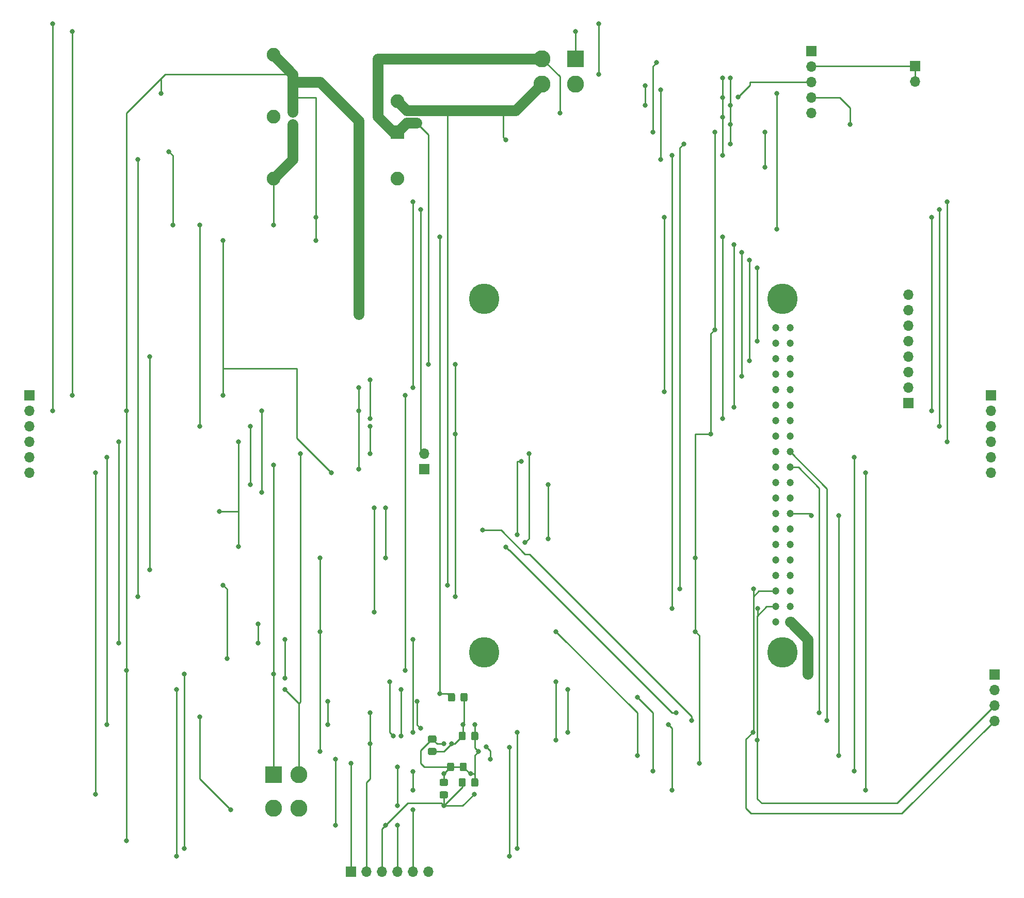
<source format=gbr>
%TF.GenerationSoftware,KiCad,Pcbnew,(5.1.6)-1*%
%TF.CreationDate,2021-02-09T18:52:38-05:00*%
%TF.ProjectId,Logic,4c6f6769-632e-46b6-9963-61645f706362,rev?*%
%TF.SameCoordinates,Original*%
%TF.FileFunction,Copper,L2,Bot*%
%TF.FilePolarity,Positive*%
%FSLAX46Y46*%
G04 Gerber Fmt 4.6, Leading zero omitted, Abs format (unit mm)*
G04 Created by KiCad (PCBNEW (5.1.6)-1) date 2021-02-09 18:52:38*
%MOMM*%
%LPD*%
G01*
G04 APERTURE LIST*
%TA.AperFunction,ComponentPad*%
%ADD10C,1.200000*%
%TD*%
%TA.AperFunction,ComponentPad*%
%ADD11C,5.000000*%
%TD*%
%TA.AperFunction,ComponentPad*%
%ADD12C,2.800000*%
%TD*%
%TA.AperFunction,ComponentPad*%
%ADD13R,2.800000X2.800000*%
%TD*%
%TA.AperFunction,ComponentPad*%
%ADD14R,1.700000X1.700000*%
%TD*%
%TA.AperFunction,ComponentPad*%
%ADD15O,1.700000X1.700000*%
%TD*%
%TA.AperFunction,ComponentPad*%
%ADD16R,2.250000X2.250000*%
%TD*%
%TA.AperFunction,ComponentPad*%
%ADD17C,2.250000*%
%TD*%
%TA.AperFunction,ViaPad*%
%ADD18C,0.800000*%
%TD*%
%TA.AperFunction,Conductor*%
%ADD19C,0.250000*%
%TD*%
%TA.AperFunction,Conductor*%
%ADD20C,1.800000*%
%TD*%
G04 APERTURE END LIST*
%TO.P,C4,2*%
%TO.N,/3.3V*%
%TA.AperFunction,SMDPad,CuDef*%
G36*
G01*
X163010001Y-125525000D02*
X162109999Y-125525000D01*
G75*
G02*
X161860000Y-125275001I0J249999D01*
G01*
X161860000Y-124624999D01*
G75*
G02*
X162109999Y-124375000I249999J0D01*
G01*
X163010001Y-124375000D01*
G75*
G02*
X163260000Y-124624999I0J-249999D01*
G01*
X163260000Y-125275001D01*
G75*
G02*
X163010001Y-125525000I-249999J0D01*
G01*
G37*
%TD.AperFunction*%
%TO.P,C4,1*%
%TO.N,/3.3V_rtn*%
%TA.AperFunction,SMDPad,CuDef*%
G36*
G01*
X163010001Y-127575000D02*
X162109999Y-127575000D01*
G75*
G02*
X161860000Y-127325001I0J249999D01*
G01*
X161860000Y-126674999D01*
G75*
G02*
X162109999Y-126425000I249999J0D01*
G01*
X163010001Y-126425000D01*
G75*
G02*
X163260000Y-126674999I0J-249999D01*
G01*
X163260000Y-127325001D01*
G75*
G02*
X163010001Y-127575000I-249999J0D01*
G01*
G37*
%TD.AperFunction*%
%TD*%
D10*
%TO.P,U6,32*%
%TO.N,Net-(U6-Pad32)*%
X221269200Y-67675200D03*
%TO.P,U6,24*%
%TO.N,/PI_SPI_CEO*%
X221269200Y-77835200D03*
%TO.P,U6,19*%
%TO.N,/PiHat.sch/PI_SPI_MOSI*%
X218907200Y-82915200D03*
%TO.P,U6,39*%
%TO.N,/3.3V_rtn*%
X218907200Y-57515200D03*
%TO.P,U6,37*%
%TO.N,Net-(J6-Pad4)*%
X218907200Y-60055200D03*
%TO.P,U6,28*%
%TO.N,Net-(U6-Pad28)*%
X221269200Y-72755200D03*
%TO.P,U6,30*%
%TO.N,/3.3V_rtn*%
X221269200Y-70215200D03*
%TO.P,U6,23*%
%TO.N,/PiHat.sch/PI_SPI_SCLK*%
X218907200Y-77835200D03*
%TO.P,U6,22*%
%TO.N,/GPIO25*%
X221269200Y-80375200D03*
%TO.P,U6,21*%
%TO.N,/PiHat.sch/PI_SPI_MISO*%
X218907200Y-80375200D03*
%TO.P,U6,20*%
%TO.N,/3.3V_rtn*%
X221269200Y-82915200D03*
%TO.P,U6,40*%
%TO.N,Net-(J6-Pad3)*%
X221269200Y-57515200D03*
%TO.P,U6,29*%
%TO.N,Net-(J6-Pad7)*%
X218907200Y-70215200D03*
%TO.P,U6,35*%
%TO.N,Net-(J6-Pad5)*%
X218907200Y-62595200D03*
%TO.P,U6,18*%
%TO.N,Net-(U6-Pad18)*%
X221269200Y-85455200D03*
%TO.P,U6,27*%
%TO.N,Net-(J6-Pad8)*%
X218907200Y-72755200D03*
%TO.P,U6,38*%
%TO.N,Net-(J6-Pad2)*%
X221269200Y-60055200D03*
%TO.P,U6,34*%
%TO.N,/3.3V_rtn*%
X221269200Y-65135200D03*
%TO.P,U6,33*%
%TO.N,Net-(J6-Pad6)*%
X218907200Y-65135200D03*
%TO.P,U6,26*%
%TO.N,Net-(U6-Pad26)*%
X221269200Y-75295200D03*
%TO.P,U6,31*%
%TO.N,/SR_CTRL*%
X218907200Y-67675200D03*
%TO.P,U6,36*%
%TO.N,Net-(J6-Pad1)*%
X221269200Y-62595200D03*
%TO.P,U6,25*%
%TO.N,/3.3V_rtn*%
X218907200Y-75295200D03*
%TO.P,U6,11*%
%TO.N,Net-(U6-Pad11)*%
X218907200Y-93075200D03*
D11*
%TO.P,U6,44*%
%TO.N,N/C*%
X171047200Y-110763200D03*
D10*
%TO.P,U6,2*%
%TO.N,/5V*%
X221269200Y-105775200D03*
%TO.P,U6,4*%
X221269200Y-103235200D03*
%TO.P,U6,1*%
%TO.N,Net-(U6-Pad1)*%
X218907200Y-105775200D03*
%TO.P,U6,13*%
%TO.N,Net-(U6-Pad13)*%
X218907200Y-90535200D03*
%TO.P,U6,9*%
%TO.N,/3.3V_rtn*%
X218907200Y-95615200D03*
%TO.P,U6,14*%
X221269200Y-90535200D03*
D11*
%TO.P,U6,43*%
%TO.N,N/C*%
X171047200Y-52763200D03*
D10*
%TO.P,U6,17*%
%TO.N,Net-(U6-Pad17)*%
X218907200Y-85455200D03*
D11*
%TO.P,U6,41*%
%TO.N,N/C*%
X220047200Y-52763200D03*
D10*
%TO.P,U6,6*%
%TO.N,/3.3V_rtn*%
X221269200Y-100695200D03*
%TO.P,U6,7*%
%TO.N,Net-(U6-Pad7)*%
X218907200Y-98155200D03*
%TO.P,U6,10*%
%TO.N,Net-(U6-Pad10)*%
X221269200Y-95615200D03*
%TO.P,U6,8*%
%TO.N,Net-(U6-Pad8)*%
X221269200Y-98155200D03*
D11*
%TO.P,U6,42*%
%TO.N,N/C*%
X220047200Y-110763200D03*
D10*
%TO.P,U6,12*%
%TO.N,Net-(U6-Pad12)*%
X221269200Y-93075200D03*
%TO.P,U6,3*%
%TO.N,/SDA_iso*%
X218907200Y-103235200D03*
%TO.P,U6,5*%
%TO.N,/SCL_iso*%
X218907200Y-100695200D03*
%TO.P,U6,15*%
%TO.N,Net-(U6-Pad15)*%
X218907200Y-87995200D03*
%TO.P,U6,16*%
%TO.N,/Safety_Loop_iso*%
X221269200Y-87995200D03*
%TD*%
%TO.P,C3,2*%
%TO.N,/24V_rtn*%
%TA.AperFunction,SMDPad,CuDef*%
G36*
G01*
X159569999Y-23310000D02*
X160470001Y-23310000D01*
G75*
G02*
X160720000Y-23559999I0J-249999D01*
G01*
X160720000Y-24210001D01*
G75*
G02*
X160470001Y-24460000I-249999J0D01*
G01*
X159569999Y-24460000D01*
G75*
G02*
X159320000Y-24210001I0J249999D01*
G01*
X159320000Y-23559999D01*
G75*
G02*
X159569999Y-23310000I249999J0D01*
G01*
G37*
%TD.AperFunction*%
%TO.P,C3,1*%
%TO.N,/24V*%
%TA.AperFunction,SMDPad,CuDef*%
G36*
G01*
X159569999Y-21260000D02*
X160470001Y-21260000D01*
G75*
G02*
X160720000Y-21509999I0J-249999D01*
G01*
X160720000Y-22160001D01*
G75*
G02*
X160470001Y-22410000I-249999J0D01*
G01*
X159569999Y-22410000D01*
G75*
G02*
X159320000Y-22160001I0J249999D01*
G01*
X159320000Y-21509999D01*
G75*
G02*
X159569999Y-21260000I249999J0D01*
G01*
G37*
%TD.AperFunction*%
%TD*%
%TO.P,C5,2*%
%TO.N,/3.3V_rtn*%
%TA.AperFunction,SMDPad,CuDef*%
G36*
G01*
X139249999Y-23555000D02*
X140150001Y-23555000D01*
G75*
G02*
X140400000Y-23804999I0J-249999D01*
G01*
X140400000Y-24455001D01*
G75*
G02*
X140150001Y-24705000I-249999J0D01*
G01*
X139249999Y-24705000D01*
G75*
G02*
X139000000Y-24455001I0J249999D01*
G01*
X139000000Y-23804999D01*
G75*
G02*
X139249999Y-23555000I249999J0D01*
G01*
G37*
%TD.AperFunction*%
%TO.P,C5,1*%
%TO.N,/5V*%
%TA.AperFunction,SMDPad,CuDef*%
G36*
G01*
X139249999Y-21505000D02*
X140150001Y-21505000D01*
G75*
G02*
X140400000Y-21754999I0J-249999D01*
G01*
X140400000Y-22405001D01*
G75*
G02*
X140150001Y-22655000I-249999J0D01*
G01*
X139249999Y-22655000D01*
G75*
G02*
X139000000Y-22405001I0J249999D01*
G01*
X139000000Y-21754999D01*
G75*
G02*
X139249999Y-21505000I249999J0D01*
G01*
G37*
%TD.AperFunction*%
%TD*%
%TO.P,C6,2*%
%TO.N,/3.3V*%
%TA.AperFunction,SMDPad,CuDef*%
G36*
G01*
X168970000Y-124910001D02*
X168970000Y-124009999D01*
G75*
G02*
X169219999Y-123760000I249999J0D01*
G01*
X169870001Y-123760000D01*
G75*
G02*
X170120000Y-124009999I0J-249999D01*
G01*
X170120000Y-124910001D01*
G75*
G02*
X169870001Y-125160000I-249999J0D01*
G01*
X169219999Y-125160000D01*
G75*
G02*
X168970000Y-124910001I0J249999D01*
G01*
G37*
%TD.AperFunction*%
%TO.P,C6,1*%
%TO.N,/3.3V_rtn*%
%TA.AperFunction,SMDPad,CuDef*%
G36*
G01*
X166920000Y-124910001D02*
X166920000Y-124009999D01*
G75*
G02*
X167169999Y-123760000I249999J0D01*
G01*
X167820001Y-123760000D01*
G75*
G02*
X168070000Y-124009999I0J-249999D01*
G01*
X168070000Y-124910001D01*
G75*
G02*
X167820001Y-125160000I-249999J0D01*
G01*
X167169999Y-125160000D01*
G75*
G02*
X166920000Y-124910001I0J249999D01*
G01*
G37*
%TD.AperFunction*%
%TD*%
%TO.P,C7,2*%
%TO.N,/3.3V*%
%TA.AperFunction,SMDPad,CuDef*%
G36*
G01*
X166310000Y-117659999D02*
X166310000Y-118560001D01*
G75*
G02*
X166060001Y-118810000I-249999J0D01*
G01*
X165409999Y-118810000D01*
G75*
G02*
X165160000Y-118560001I0J249999D01*
G01*
X165160000Y-117659999D01*
G75*
G02*
X165409999Y-117410000I249999J0D01*
G01*
X166060001Y-117410000D01*
G75*
G02*
X166310000Y-117659999I0J-249999D01*
G01*
G37*
%TD.AperFunction*%
%TO.P,C7,1*%
%TO.N,/3.3V_rtn*%
%TA.AperFunction,SMDPad,CuDef*%
G36*
G01*
X168360000Y-117659999D02*
X168360000Y-118560001D01*
G75*
G02*
X168110001Y-118810000I-249999J0D01*
G01*
X167459999Y-118810000D01*
G75*
G02*
X167210000Y-118560001I0J249999D01*
G01*
X167210000Y-117659999D01*
G75*
G02*
X167459999Y-117410000I249999J0D01*
G01*
X168110001Y-117410000D01*
G75*
G02*
X168360000Y-117659999I0J-249999D01*
G01*
G37*
%TD.AperFunction*%
%TD*%
%TO.P,C8,2*%
%TO.N,/3.3V*%
%TA.AperFunction,SMDPad,CuDef*%
G36*
G01*
X168970000Y-132530001D02*
X168970000Y-131629999D01*
G75*
G02*
X169219999Y-131380000I249999J0D01*
G01*
X169870001Y-131380000D01*
G75*
G02*
X170120000Y-131629999I0J-249999D01*
G01*
X170120000Y-132530001D01*
G75*
G02*
X169870001Y-132780000I-249999J0D01*
G01*
X169219999Y-132780000D01*
G75*
G02*
X168970000Y-132530001I0J249999D01*
G01*
G37*
%TD.AperFunction*%
%TO.P,C8,1*%
%TO.N,/3.3V_rtn*%
%TA.AperFunction,SMDPad,CuDef*%
G36*
G01*
X166920000Y-132530001D02*
X166920000Y-131629999D01*
G75*
G02*
X167169999Y-131380000I249999J0D01*
G01*
X167820001Y-131380000D01*
G75*
G02*
X168070000Y-131629999I0J-249999D01*
G01*
X168070000Y-132530001D01*
G75*
G02*
X167820001Y-132780000I-249999J0D01*
G01*
X167169999Y-132780000D01*
G75*
G02*
X166920000Y-132530001I0J249999D01*
G01*
G37*
%TD.AperFunction*%
%TD*%
%TO.P,C10,1*%
%TO.N,/3.3V*%
%TA.AperFunction,SMDPad,CuDef*%
G36*
G01*
X164014999Y-131505000D02*
X164915001Y-131505000D01*
G75*
G02*
X165165000Y-131754999I0J-249999D01*
G01*
X165165000Y-132405001D01*
G75*
G02*
X164915001Y-132655000I-249999J0D01*
G01*
X164014999Y-132655000D01*
G75*
G02*
X163765000Y-132405001I0J249999D01*
G01*
X163765000Y-131754999D01*
G75*
G02*
X164014999Y-131505000I249999J0D01*
G01*
G37*
%TD.AperFunction*%
%TO.P,C10,2*%
%TO.N,/3.3V_rtn*%
%TA.AperFunction,SMDPad,CuDef*%
G36*
G01*
X164014999Y-133555000D02*
X164915001Y-133555000D01*
G75*
G02*
X165165000Y-133804999I0J-249999D01*
G01*
X165165000Y-134455001D01*
G75*
G02*
X164915001Y-134705000I-249999J0D01*
G01*
X164014999Y-134705000D01*
G75*
G02*
X163765000Y-134455001I0J249999D01*
G01*
X163765000Y-133804999D01*
G75*
G02*
X164014999Y-133555000I249999J0D01*
G01*
G37*
%TD.AperFunction*%
%TD*%
D12*
%TO.P,J1,4*%
%TO.N,Net-(J1-Pad4)*%
X140725000Y-136310000D03*
%TO.P,J1,3*%
%TO.N,/3.3V_rtn*%
X136525000Y-136310000D03*
%TO.P,J1,2*%
%TO.N,/BP_CAN-*%
X140725000Y-130810000D03*
D13*
%TO.P,J1,1*%
%TO.N,/BP_CAN+*%
X136525000Y-130810000D03*
%TD*%
D14*
%TO.P,J4,1*%
%TO.N,/3.3V*%
X254850000Y-114350000D03*
D15*
%TO.P,J4,2*%
%TO.N,/3.3V_rtn*%
X254850000Y-116890000D03*
%TO.P,J4,3*%
%TO.N,/SDA_iso*%
X254850000Y-119430000D03*
%TO.P,J4,4*%
%TO.N,/SCL_iso*%
X254850000Y-121970000D03*
%TD*%
D14*
%TO.P,J5.1,1*%
%TO.N,/GLV_SCL*%
X96520000Y-68580000D03*
D15*
%TO.P,J5.1,2*%
%TO.N,/GLV_SDA*%
X96520000Y-71120000D03*
%TO.P,J5.1,3*%
%TO.N,/3.3V_rtn*%
X96520000Y-73660000D03*
%TO.P,J5.1,4*%
%TO.N,/Safety_Loop*%
X96520000Y-76200000D03*
%TO.P,J5.1,5*%
%TO.N,/Cooling_CTRL*%
X96520000Y-78740000D03*
%TO.P,J5.1,6*%
%TO.N,/Throttle_SEL*%
X96520000Y-81280000D03*
%TD*%
%TO.P,J5.2,6*%
%TO.N,/PC_ready*%
X254259080Y-81280000D03*
%TO.P,J5.2,5*%
%TO.N,/RTDS_CTRL*%
X254259080Y-78740000D03*
%TO.P,J5.2,4*%
%TO.N,/BP_CAN+*%
X254259080Y-76200000D03*
%TO.P,J5.2,3*%
%TO.N,/BP_CAN-*%
X254259080Y-73660000D03*
%TO.P,J5.2,2*%
%TO.N,/SR_CTRL*%
X254259080Y-71120000D03*
D14*
%TO.P,J5.2,1*%
%TO.N,/AMS_Fault*%
X254259080Y-68580000D03*
%TD*%
%TO.P,J6,1*%
%TO.N,Net-(J6-Pad1)*%
X240665000Y-69850000D03*
D15*
%TO.P,J6,2*%
%TO.N,Net-(J6-Pad2)*%
X240665000Y-67310000D03*
%TO.P,J6,3*%
%TO.N,Net-(J6-Pad3)*%
X240665000Y-64770000D03*
%TO.P,J6,4*%
%TO.N,Net-(J6-Pad4)*%
X240665000Y-62230000D03*
%TO.P,J6,5*%
%TO.N,Net-(J6-Pad5)*%
X240665000Y-59690000D03*
%TO.P,J6,6*%
%TO.N,Net-(J6-Pad6)*%
X240665000Y-57150000D03*
%TO.P,J6,7*%
%TO.N,Net-(J6-Pad7)*%
X240665000Y-54610000D03*
%TO.P,J6,8*%
%TO.N,Net-(J6-Pad8)*%
X240665000Y-52070000D03*
%TD*%
D13*
%TO.P,J7,1*%
%TO.N,/GLV_SCL*%
X186055000Y-13335000D03*
D12*
%TO.P,J7,2*%
%TO.N,/GLV_SDA*%
X186055000Y-17535000D03*
%TO.P,J7,3*%
%TO.N,/24V_rtn*%
X180555000Y-13335000D03*
%TO.P,J7,4*%
%TO.N,/24V*%
X180555000Y-17535000D03*
%TD*%
D14*
%TO.P,J8,1*%
%TO.N,/~MCLR~*%
X149225000Y-146685000D03*
D15*
%TO.P,J8,2*%
%TO.N,/3.3V*%
X151765000Y-146685000D03*
%TO.P,J8,3*%
%TO.N,/3.3V_rtn*%
X154305000Y-146685000D03*
%TO.P,J8,4*%
%TO.N,/PGEC*%
X156845000Y-146685000D03*
%TO.P,J8,5*%
%TO.N,/PGED*%
X159385000Y-146685000D03*
%TO.P,J8,6*%
%TO.N,Net-(J8-Pad6)*%
X161925000Y-146685000D03*
%TD*%
D14*
%TO.P,J9,1*%
%TO.N,Net-(J9-Pad1)*%
X161290000Y-80645000D03*
D15*
%TO.P,J9,2*%
%TO.N,/BP_CAN-*%
X161290000Y-78105000D03*
%TD*%
%TO.P,L1,1*%
%TO.N,/3.3V*%
%TA.AperFunction,SMDPad,CuDef*%
G36*
G01*
X165015000Y-129990001D02*
X165015000Y-129089999D01*
G75*
G02*
X165264999Y-128840000I249999J0D01*
G01*
X165915001Y-128840000D01*
G75*
G02*
X166165000Y-129089999I0J-249999D01*
G01*
X166165000Y-129990001D01*
G75*
G02*
X165915001Y-130240000I-249999J0D01*
G01*
X165264999Y-130240000D01*
G75*
G02*
X165015000Y-129990001I0J249999D01*
G01*
G37*
%TD.AperFunction*%
%TO.P,L1,2*%
%TA.AperFunction,SMDPad,CuDef*%
G36*
G01*
X167065000Y-129990001D02*
X167065000Y-129089999D01*
G75*
G02*
X167314999Y-128840000I249999J0D01*
G01*
X167965001Y-128840000D01*
G75*
G02*
X168215000Y-129089999I0J-249999D01*
G01*
X168215000Y-129990001D01*
G75*
G02*
X167965001Y-130240000I-249999J0D01*
G01*
X167314999Y-130240000D01*
G75*
G02*
X167065000Y-129990001I0J249999D01*
G01*
G37*
%TD.AperFunction*%
%TD*%
D16*
%TO.P,U4,1*%
%TO.N,/24V_rtn*%
X156845000Y-25400000D03*
D17*
%TO.P,U4,2*%
%TO.N,/24V*%
X156845000Y-20320000D03*
%TO.P,U4,3*%
%TO.N,/5V*%
X136525000Y-12700000D03*
%TO.P,U4,5*%
%TO.N,/3.3V_rtn*%
X136525000Y-33020000D03*
%TO.P,U4,6*%
%TO.N,Net-(U4-Pad6)*%
X156845000Y-33020000D03*
%TO.P,U4,4*%
%TO.N,Net-(U4-Pad4)*%
X136525000Y-22860000D03*
%TD*%
D14*
%TO.P,J3,1*%
%TO.N,/3.3V*%
X224790000Y-12065000D03*
D15*
%TO.P,J3,2*%
%TO.N,/3.3V_rtn*%
X224790000Y-14605000D03*
%TO.P,J3,3*%
%TO.N,/SDA_iso*%
X224790000Y-17145000D03*
%TO.P,J3,4*%
%TO.N,/SCL_iso*%
X224790000Y-19685000D03*
%TO.P,J3,5*%
%TO.N,N/C*%
X224790000Y-22225000D03*
%TD*%
D14*
%TO.P,J2,1*%
%TO.N,/3.3V_rtn*%
X241800000Y-14600000D03*
D15*
%TO.P,J2,2*%
X241800000Y-17140000D03*
%TD*%
D18*
%TO.N,/5V_non_iso*%
X128905000Y-111760000D03*
X128270000Y-99695000D03*
X116205000Y-97155000D03*
X116205000Y-62230000D03*
X158115000Y-68580000D03*
X158115000Y-113665000D03*
%TO.N,/3.3V_rtn*%
X136525000Y-40640000D03*
X130810000Y-76200000D03*
X130810000Y-93345000D03*
X127635000Y-87630000D03*
X208915000Y-57785000D03*
X208280000Y-74930000D03*
X205740000Y-95250000D03*
X205740000Y-107315000D03*
X124460000Y-40640000D03*
X124460000Y-73660000D03*
X129540000Y-136525000D03*
X124460000Y-121285000D03*
X144145000Y-107315000D03*
X144145000Y-95250000D03*
X154940000Y-86995000D03*
X154940000Y-95250000D03*
X208915000Y-25400000D03*
X144145000Y-127000000D03*
X154940000Y-139065000D03*
X146685000Y-128270000D03*
X146685000Y-139065000D03*
X206375000Y-128905000D03*
X199390000Y-13970000D03*
X198755000Y-25400000D03*
X217170000Y-31115000D03*
X217170000Y-25400000D03*
X119380000Y-28575000D03*
X120015000Y-40640000D03*
X167640000Y-122555000D03*
X164465000Y-135890000D03*
X169445001Y-133985000D03*
X165735000Y-125730000D03*
X172085000Y-128270000D03*
X171450000Y-126275000D03*
%TO.N,/24V_rtn*%
X166370000Y-101600000D03*
X161925000Y-63500000D03*
X138430000Y-114935000D03*
X138430000Y-108585000D03*
X183515000Y-22225000D03*
X166370000Y-74930000D03*
X166370000Y-63500000D03*
X152400000Y-66040000D03*
X152400000Y-72390000D03*
%TO.N,/24V*%
X165100000Y-99695000D03*
X174625000Y-26670000D03*
%TO.N,/3.3V*%
X219075000Y-41275000D03*
X219075000Y-19050000D03*
X152400000Y-125730000D03*
X152400000Y-120650000D03*
X163830000Y-117475000D03*
X163830000Y-42545000D03*
X169545000Y-122555000D03*
X164509184Y-130645096D03*
X168872906Y-130663309D03*
X164465000Y-125730000D03*
X170180000Y-127000000D03*
%TO.N,/5V*%
X143510000Y-39370000D03*
X143510000Y-43180000D03*
X128270000Y-68580000D03*
X128270000Y-43180000D03*
X112395000Y-71120000D03*
X112395000Y-113665000D03*
X153035000Y-104140000D03*
X112395000Y-141605000D03*
X146050000Y-81280000D03*
X153035000Y-86995000D03*
X150495000Y-55245000D03*
X224155000Y-114300000D03*
X118110000Y-19050000D03*
%TO.N,/BP_CAN-*%
X152400000Y-73660000D03*
X152400000Y-78105000D03*
X138430000Y-116840000D03*
X140970000Y-78105000D03*
X245745000Y-73660000D03*
X245745000Y-38100000D03*
X160655000Y-38100000D03*
%TO.N,/BP_CAN+*%
X150495000Y-71120000D03*
X136525000Y-114300000D03*
X150495000Y-80645000D03*
X136525000Y-80010000D03*
X247015000Y-76200000D03*
X247015000Y-36830000D03*
X159385000Y-36830000D03*
X159385000Y-67310000D03*
X150495000Y-67310000D03*
%TO.N,/GLV_SCL*%
X197485000Y-17780000D03*
X197485000Y-20955000D03*
X186055000Y-8890000D03*
X103505000Y-68580000D03*
X103505000Y-8890000D03*
%TO.N,/GLV_SDA*%
X100330000Y-71120000D03*
X100330000Y-7620000D03*
X189865000Y-7620000D03*
X189865000Y-15875000D03*
%TO.N,/Safety_Loop*%
X111125000Y-76200000D03*
X111125000Y-109220000D03*
X133985000Y-109220000D03*
X133985000Y-106045000D03*
%TO.N,/Cooling_CTRL*%
X109220000Y-78740000D03*
X109220000Y-122555000D03*
X145415000Y-122555000D03*
X145415000Y-118745000D03*
X160110000Y-118745000D03*
X160655000Y-123190000D03*
%TO.N,/Throttle_SEL*%
X107315000Y-81280000D03*
X107315000Y-133985000D03*
%TO.N,/PC_ready*%
X233680000Y-81280000D03*
X233680000Y-133350000D03*
X201930000Y-133350000D03*
X201295000Y-122555000D03*
%TO.N,/RTDS_CTRL*%
X231775000Y-78740000D03*
X231775000Y-130175000D03*
X198755000Y-130175000D03*
X196215000Y-118110000D03*
%TO.N,/SR_CTRL*%
X244475000Y-71120000D03*
X244475000Y-39370000D03*
X200660000Y-39370000D03*
X200660000Y-67945000D03*
%TO.N,Net-(J6-Pad4)*%
X215900000Y-59690000D03*
X215900000Y-47625000D03*
%TO.N,Net-(J6-Pad5)*%
X214630000Y-62865000D03*
X214630000Y-46355000D03*
%TO.N,Net-(J6-Pad6)*%
X213360000Y-45085000D03*
X213360000Y-65405000D03*
%TO.N,Net-(J6-Pad7)*%
X212090000Y-43815000D03*
X212090000Y-70485000D03*
%TO.N,Net-(J6-Pad8)*%
X210185000Y-42545000D03*
X210185000Y-72390000D03*
%TO.N,/~MCLR~*%
X149225000Y-128905000D03*
%TO.N,/PGEC*%
X156845000Y-139065000D03*
X156845000Y-135890000D03*
X156845000Y-129540000D03*
%TO.N,/PGED*%
X159385000Y-136525000D03*
X159385000Y-133350000D03*
X159385000Y-130265000D03*
%TO.N,/SDA_iso*%
X210185000Y-19685000D03*
X210185000Y-16510000D03*
X210185000Y-22950000D03*
X156210000Y-124460000D03*
X155575000Y-115570000D03*
X215900000Y-125095000D03*
X182880000Y-125095000D03*
X182880000Y-115570000D03*
X210185000Y-29210000D03*
X201930000Y-29210000D03*
X201930000Y-103505000D03*
X215990000Y-103505000D03*
X212700000Y-19650000D03*
%TO.N,/SCL_iso*%
X211455000Y-20955000D03*
X211455000Y-16510000D03*
X231140000Y-24130000D03*
X211455000Y-24130000D03*
X157480000Y-124460000D03*
X157480000Y-116840000D03*
X215175000Y-123825000D03*
X184785000Y-123825000D03*
X184785000Y-116840000D03*
X211455000Y-27305000D03*
X203835000Y-27305000D03*
X203200000Y-100330000D03*
X215265000Y-100330000D03*
%TO.N,/3.3V_non_iso*%
X114300000Y-101600000D03*
X114300000Y-29845000D03*
X200025000Y-29845000D03*
X200025000Y-18415000D03*
%TO.N,/Safety_Loop_iso*%
X159385000Y-108585000D03*
X159385000Y-123825000D03*
X224790000Y-88265000D03*
X229235000Y-88265000D03*
X229235000Y-127635000D03*
X196215000Y-127635000D03*
X182880000Y-107315000D03*
%TO.N,Net-(U2-Pad3)*%
X132715000Y-73660000D03*
X132715000Y-83185000D03*
%TO.N,Net-(U2-Pad2)*%
X134620000Y-71120000D03*
X134620000Y-84455000D03*
%TO.N,Net-(U3-Pad41)*%
X120650000Y-116840000D03*
X120650000Y-144145000D03*
X175260000Y-144145000D03*
X175260000Y-126335001D03*
%TO.N,Net-(U3-Pad42)*%
X121920000Y-114300000D03*
X121920000Y-142875000D03*
X176530000Y-142875000D03*
X176530000Y-123825000D03*
%TO.N,/PiHat.sch/PI_SPI_SCLK*%
X178435000Y-78105000D03*
X177800000Y-92710000D03*
%TO.N,/PiHat.sch/PI_SPI_MISO*%
X176530000Y-91440000D03*
X177165000Y-79375000D03*
%TO.N,/GPIO25*%
X226060000Y-120650000D03*
X202565000Y-120650000D03*
X174625000Y-93435000D03*
%TO.N,/PiHat.sch/PI_SPI_MOSI*%
X181610000Y-83185000D03*
X181610000Y-92075000D03*
%TO.N,/PI_SPI_CEO*%
X227330000Y-121920000D03*
X205105000Y-121920000D03*
X170815000Y-90715000D03*
%TD*%
D19*
%TO.N,/3.3V_rtn*%
X241800000Y-17150000D02*
X241800000Y-14610000D01*
%TO.N,/5V_non_iso*%
X128905000Y-111760000D02*
X128905000Y-100330000D01*
X128905000Y-100330000D02*
X128270000Y-99695000D01*
X116205000Y-97155000D02*
X116205000Y-62230000D01*
X158115000Y-68580000D02*
X158115000Y-113665000D01*
D20*
%TO.N,/3.3V_rtn*%
X139700000Y-29845000D02*
X136525000Y-33020000D01*
X139700000Y-29845000D02*
X139700000Y-24130000D01*
D19*
X136525000Y-33020000D02*
X136525000Y-40640000D01*
X130810000Y-87630000D02*
X127635000Y-87630000D01*
X130810000Y-87630000D02*
X130810000Y-93345000D01*
X130810000Y-76200000D02*
X130810000Y-87630000D01*
X208915000Y-57785000D02*
X208280000Y-58420000D01*
X208280000Y-58420000D02*
X208280000Y-74930000D01*
X205740000Y-74930000D02*
X205740000Y-95250000D01*
X205740000Y-107315000D02*
X205740000Y-95250000D01*
X124460000Y-40640000D02*
X124460000Y-73660000D01*
X129540000Y-136525000D02*
X124460000Y-131445000D01*
X124460000Y-131445000D02*
X124460000Y-121285000D01*
X144145000Y-107315000D02*
X144145000Y-95250000D01*
X154940000Y-86995000D02*
X154940000Y-95250000D01*
X208915000Y-57785000D02*
X208915000Y-25400000D01*
X205740000Y-74930000D02*
X208280000Y-74930000D01*
X144145000Y-127000000D02*
X144145000Y-107315000D01*
X154940000Y-139065000D02*
X154940000Y-139065000D01*
X146685000Y-128270000D02*
X146685000Y-139065000D01*
X154305000Y-139700000D02*
X154940000Y-139065000D01*
X154305000Y-146685000D02*
X154305000Y-139700000D01*
X205740000Y-107315000D02*
X206375000Y-107950000D01*
X206375000Y-107950000D02*
X206375000Y-128905000D01*
X199390000Y-13970000D02*
X198755000Y-14605000D01*
X198755000Y-14605000D02*
X198755000Y-25400000D01*
X217170000Y-31115000D02*
X217170000Y-25400000D01*
X119380000Y-28575000D02*
X120015000Y-29210000D01*
X120015000Y-29210000D02*
X120015000Y-40640000D01*
X167785000Y-118110000D02*
X167785000Y-122410000D01*
X167785000Y-122410000D02*
X167640000Y-122555000D01*
X167640000Y-124315000D02*
X167495000Y-124460000D01*
X167640000Y-122555000D02*
X167640000Y-124315000D01*
X164465000Y-135890000D02*
X164465000Y-134130000D01*
X158514999Y-135490001D02*
X154940000Y-139065000D01*
X164065001Y-135490001D02*
X158514999Y-135490001D01*
X164465000Y-135890000D02*
X164065001Y-135490001D01*
X167495000Y-132860000D02*
X164465000Y-135890000D01*
X167495000Y-132080000D02*
X167495000Y-132860000D01*
X164465000Y-135890000D02*
X167540001Y-135890000D01*
X167540001Y-135890000D02*
X169445001Y-133985000D01*
X166225000Y-125730000D02*
X167495000Y-124460000D01*
X165735000Y-125730000D02*
X166225000Y-125730000D01*
X164465000Y-127000000D02*
X162560000Y-127000000D01*
X165735000Y-125730000D02*
X164465000Y-127000000D01*
X172085000Y-128270000D02*
X172085000Y-126910000D01*
X172085000Y-126910000D02*
X171450000Y-126275000D01*
X224795000Y-14600000D02*
X224790000Y-14605000D01*
X241800000Y-14600000D02*
X224795000Y-14600000D01*
D20*
%TO.N,/24V_rtn*%
X158360000Y-23885000D02*
X156845000Y-25400000D01*
X160020000Y-23885000D02*
X158360000Y-23885000D01*
X153670000Y-13335000D02*
X180555000Y-13335000D01*
X153670000Y-22860000D02*
X153670000Y-13335000D01*
X156845000Y-25400000D02*
X156210000Y-25400000D01*
X156210000Y-25400000D02*
X153670000Y-22860000D01*
D19*
X161925000Y-25790000D02*
X160020000Y-23885000D01*
X161925000Y-63500000D02*
X161925000Y-25790000D01*
X166370000Y-101600000D02*
X166370000Y-74930000D01*
X166370000Y-74930000D02*
X166370000Y-63500000D01*
X138430000Y-114935000D02*
X138430000Y-108585000D01*
X183515000Y-16295000D02*
X180555000Y-13335000D01*
X183515000Y-22225000D02*
X183515000Y-16295000D01*
X152400000Y-66040000D02*
X152400000Y-72390000D01*
D20*
%TO.N,/24V*%
X158360000Y-21835000D02*
X156845000Y-20320000D01*
X160020000Y-21835000D02*
X158360000Y-21835000D01*
X176255000Y-21835000D02*
X180555000Y-17535000D01*
D19*
X165100000Y-99695000D02*
X165100000Y-73025000D01*
X165100000Y-73025000D02*
X165100000Y-65405000D01*
X165100000Y-65405000D02*
X165100000Y-22080000D01*
D20*
X160020000Y-21835000D02*
X165345000Y-21835000D01*
D19*
X165100000Y-22080000D02*
X165345000Y-21835000D01*
X174235000Y-26280000D02*
X174625000Y-26670000D01*
X174235000Y-21835000D02*
X174235000Y-26280000D01*
D20*
X174235000Y-21835000D02*
X176255000Y-21835000D01*
X165345000Y-21835000D02*
X174235000Y-21835000D01*
D19*
%TO.N,/3.3V*%
X219075000Y-41275000D02*
X219075000Y-19050000D01*
X152400000Y-125730000D02*
X152400000Y-120650000D01*
X163830000Y-117475000D02*
X163830000Y-71120000D01*
X163830000Y-71120000D02*
X163830000Y-64770000D01*
X163830000Y-64770000D02*
X163830000Y-42545000D01*
X151765000Y-146685000D02*
X151765000Y-132080000D01*
X152400000Y-131445000D02*
X152400000Y-125730000D01*
X151765000Y-132080000D02*
X152400000Y-131445000D01*
X165100000Y-117475000D02*
X165735000Y-118110000D01*
X163830000Y-117475000D02*
X165100000Y-117475000D01*
X169545000Y-124460000D02*
X169545000Y-122555000D01*
X164509184Y-130620816D02*
X165590000Y-129540000D01*
X164509184Y-130645096D02*
X164509184Y-130620816D01*
X164509184Y-132035816D02*
X164465000Y-132080000D01*
X164509184Y-130645096D02*
X164509184Y-132035816D01*
X168763309Y-130663309D02*
X167640000Y-129540000D01*
X168872906Y-130663309D02*
X168763309Y-130663309D01*
X167640000Y-129540000D02*
X165590000Y-129540000D01*
X168872906Y-130663309D02*
X169398309Y-130663309D01*
X169545000Y-130810000D02*
X169545000Y-132080000D01*
X169398309Y-130663309D02*
X169545000Y-130810000D01*
X163340000Y-125730000D02*
X162560000Y-124950000D01*
X164465000Y-125730000D02*
X163340000Y-125730000D01*
X165590000Y-129540000D02*
X161290000Y-129540000D01*
X161290000Y-129540000D02*
X160655000Y-128905000D01*
X160655000Y-126855000D02*
X162560000Y-124950000D01*
X160655000Y-128905000D02*
X160655000Y-126855000D01*
X169545000Y-126365000D02*
X170180000Y-127000000D01*
X169545000Y-124460000D02*
X169545000Y-126365000D01*
X169545000Y-127635000D02*
X170180000Y-127000000D01*
X169545000Y-130810000D02*
X169545000Y-127635000D01*
D20*
%TO.N,/5V*%
X139700000Y-15875000D02*
X136525000Y-12700000D01*
D19*
X139700000Y-19685000D02*
X143510000Y-19685000D01*
D20*
X139700000Y-22080000D02*
X139700000Y-19685000D01*
D19*
X143510000Y-19685000D02*
X143510000Y-39370000D01*
X143510000Y-39370000D02*
X143510000Y-43180000D01*
D20*
X139700000Y-17145000D02*
X144145000Y-17145000D01*
X139700000Y-17145000D02*
X139700000Y-15875000D01*
X139700000Y-19685000D02*
X139700000Y-17145000D01*
X144145000Y-17145000D02*
X150495000Y-23495000D01*
X150495000Y-23495000D02*
X150495000Y-55245000D01*
D19*
X139700000Y-15875000D02*
X118745000Y-15875000D01*
X118745000Y-15875000D02*
X112395000Y-22225000D01*
X112395000Y-22225000D02*
X112395000Y-71120000D01*
X112395000Y-113665000D02*
X112395000Y-137160000D01*
X112395000Y-71120000D02*
X112395000Y-113665000D01*
X153035000Y-86995000D02*
X153035000Y-86995000D01*
X112395000Y-137160000D02*
X112395000Y-141605000D01*
X146050000Y-81280000D02*
X140335000Y-75565000D01*
X140335000Y-75565000D02*
X140335000Y-64135000D01*
X140335000Y-64135000D02*
X128270000Y-64135000D01*
X128270000Y-68580000D02*
X128270000Y-64135000D01*
X128270000Y-64135000D02*
X128270000Y-43180000D01*
X153035000Y-86995000D02*
X153035000Y-104140000D01*
D20*
X224155000Y-114300000D02*
X224155000Y-108585000D01*
X221345200Y-105775200D02*
X221269200Y-105775200D01*
X224155000Y-108585000D02*
X221345200Y-105775200D01*
D19*
X118110000Y-19050000D02*
X118110000Y-16510000D01*
%TO.N,/BP_CAN-*%
X152400000Y-73660000D02*
X152400000Y-78105000D01*
X140725000Y-130810000D02*
X140725000Y-119135000D01*
X140725000Y-119135000D02*
X138430000Y-116840000D01*
X140970000Y-118890000D02*
X140725000Y-119135000D01*
X140970000Y-78105000D02*
X140970000Y-118890000D01*
X245745000Y-73660000D02*
X245745000Y-38100000D01*
X160655000Y-77470000D02*
X161290000Y-78105000D01*
X160655000Y-38100000D02*
X160655000Y-77470000D01*
%TO.N,/BP_CAN+*%
X150495000Y-71120000D02*
X150495000Y-77470000D01*
X136525000Y-130810000D02*
X136525000Y-114300000D01*
X150495000Y-77470000D02*
X150495000Y-80645000D01*
X136525000Y-80010000D02*
X136525000Y-114300000D01*
X247015000Y-76200000D02*
X247015000Y-36830000D01*
X159385000Y-36830000D02*
X159385000Y-67310000D01*
X150495000Y-67310000D02*
X150495000Y-71120000D01*
%TO.N,/GLV_SCL*%
X197485000Y-17780000D02*
X197485000Y-20955000D01*
X186055000Y-8890000D02*
X186055000Y-13335000D01*
X103505000Y-68580000D02*
X103505000Y-8890000D01*
%TO.N,/GLV_SDA*%
X100330000Y-71120000D02*
X100330000Y-7620000D01*
X189865000Y-7620000D02*
X189865000Y-15875000D01*
%TO.N,/Safety_Loop*%
X111125000Y-76200000D02*
X111125000Y-109220000D01*
X133985000Y-109220000D02*
X133985000Y-106045000D01*
%TO.N,/Cooling_CTRL*%
X109220000Y-78740000D02*
X109220000Y-122555000D01*
X145415000Y-122555000D02*
X145415000Y-118745000D01*
X160110000Y-118745000D02*
X160110000Y-122645000D01*
X160110000Y-122645000D02*
X160655000Y-123190000D01*
%TO.N,/Throttle_SEL*%
X107315000Y-81280000D02*
X107315000Y-133985000D01*
%TO.N,/PC_ready*%
X233680000Y-81280000D02*
X233680000Y-133350000D01*
X201930000Y-133350000D02*
X201930000Y-123190000D01*
X201930000Y-123190000D02*
X201295000Y-122555000D01*
%TO.N,/RTDS_CTRL*%
X231775000Y-78740000D02*
X231775000Y-130175000D01*
X198755000Y-130175000D02*
X198755000Y-120650000D01*
X198755000Y-120650000D02*
X196215000Y-118110000D01*
%TO.N,/SR_CTRL*%
X244475000Y-71120000D02*
X244475000Y-39370000D01*
X200660000Y-39370000D02*
X200660000Y-67945000D01*
%TO.N,Net-(J6-Pad4)*%
X215900000Y-59690000D02*
X215900000Y-47625000D01*
%TO.N,Net-(J6-Pad5)*%
X214630000Y-46355000D02*
X214630000Y-62865000D01*
%TO.N,Net-(J6-Pad6)*%
X213360000Y-45085000D02*
X213360000Y-65405000D01*
%TO.N,Net-(J6-Pad7)*%
X212090000Y-43815000D02*
X212090000Y-70485000D01*
%TO.N,Net-(J6-Pad8)*%
X210185000Y-42545000D02*
X210185000Y-72390000D01*
%TO.N,/~MCLR~*%
X149225000Y-146685000D02*
X149225000Y-128905000D01*
%TO.N,/PGEC*%
X156845000Y-146685000D02*
X156845000Y-139065000D01*
X156845000Y-135890000D02*
X156845000Y-129540000D01*
%TO.N,/PGED*%
X159385000Y-146685000D02*
X159385000Y-136525000D01*
X159385000Y-133350000D02*
X159385000Y-130265000D01*
%TO.N,/SDA_iso*%
X210185000Y-19685000D02*
X210185000Y-16510000D01*
X210185000Y-22950000D02*
X210185000Y-19685000D01*
X218907200Y-103235200D02*
X217439800Y-103235200D01*
X217439800Y-103235200D02*
X215900000Y-104775000D01*
X156210000Y-124460000D02*
X155575000Y-123825000D01*
X155575000Y-123825000D02*
X155575000Y-115570000D01*
X215900000Y-104775000D02*
X215900000Y-125095000D01*
X182880000Y-125095000D02*
X182880000Y-115570000D01*
X210185000Y-22950000D02*
X210185000Y-29210000D01*
X201930000Y-29210000D02*
X201930000Y-103505000D01*
X215990000Y-104685000D02*
X215900000Y-104775000D01*
X215990000Y-103505000D02*
X215990000Y-104685000D01*
X254850000Y-119430000D02*
X238780000Y-135500000D01*
X238780000Y-135500000D02*
X216600000Y-135500000D01*
X215900000Y-134800000D02*
X215900000Y-125095000D01*
X216600000Y-135500000D02*
X215900000Y-134800000D01*
X224790000Y-17145000D02*
X214685000Y-17145000D01*
X214685000Y-17665000D02*
X212700000Y-19650000D01*
X214685000Y-17145000D02*
X214685000Y-17665000D01*
%TO.N,/SCL_iso*%
X211455000Y-20955000D02*
X211455000Y-16510000D01*
X211455000Y-24130000D02*
X211455000Y-20955000D01*
X218907200Y-100695200D02*
X217439800Y-100695200D01*
X217439800Y-100695200D02*
X216169800Y-100695200D01*
X216169800Y-100695200D02*
X215265000Y-101600000D01*
X215265000Y-101600000D02*
X215265000Y-123825000D01*
X157480000Y-124460000D02*
X157480000Y-116840000D01*
X215265000Y-123825000D02*
X215175000Y-123825000D01*
X184785000Y-123825000D02*
X184785000Y-116840000D01*
X184785000Y-116840000D02*
X184785000Y-116840000D01*
X211455000Y-24130000D02*
X211455000Y-27305000D01*
X203835000Y-27305000D02*
X203200000Y-27940000D01*
X203200000Y-27940000D02*
X203200000Y-100330000D01*
X215265000Y-100330000D02*
X215265000Y-101600000D01*
X224790000Y-19685000D02*
X229435000Y-19685000D01*
X231140000Y-21390000D02*
X231140000Y-24130000D01*
X229435000Y-19685000D02*
X231140000Y-21390000D01*
X214000000Y-125000000D02*
X215175000Y-123825000D01*
X214000000Y-136350000D02*
X214000000Y-125000000D01*
X214850000Y-137200000D02*
X214000000Y-136350000D01*
X254850000Y-121970000D02*
X239620000Y-137200000D01*
X239620000Y-137200000D02*
X214850000Y-137200000D01*
%TO.N,/3.3V_non_iso*%
X114300000Y-101600000D02*
X114300000Y-29845000D01*
X200025000Y-29845000D02*
X200025000Y-18415000D01*
%TO.N,/Safety_Loop_iso*%
X159385000Y-108585000D02*
X159385000Y-123825000D01*
X221269200Y-87995200D02*
X224520200Y-87995200D01*
X224520200Y-87995200D02*
X224790000Y-88265000D01*
X229235000Y-88265000D02*
X229235000Y-127635000D01*
X196215000Y-127635000D02*
X196215000Y-120650000D01*
X196215000Y-120650000D02*
X182880000Y-107315000D01*
%TO.N,Net-(U2-Pad3)*%
X132715000Y-73660000D02*
X132715000Y-83185000D01*
%TO.N,Net-(U2-Pad2)*%
X134620000Y-71120000D02*
X134620000Y-84455000D01*
%TO.N,Net-(U3-Pad41)*%
X120650000Y-116840000D02*
X120650000Y-144145000D01*
X175260000Y-144145000D02*
X175260000Y-126335001D01*
%TO.N,Net-(U3-Pad42)*%
X121920000Y-114300000D02*
X121920000Y-142875000D01*
X176530000Y-142875000D02*
X176530000Y-123825000D01*
%TO.N,/PiHat.sch/PI_SPI_SCLK*%
X178435000Y-78105000D02*
X178435000Y-92075000D01*
X178435000Y-92075000D02*
X177800000Y-92710000D01*
%TO.N,/PiHat.sch/PI_SPI_MISO*%
X176530000Y-91440000D02*
X176530000Y-79375000D01*
X176530000Y-79375000D02*
X177165000Y-79375000D01*
%TO.N,/GPIO25*%
X226060000Y-83820000D02*
X226060000Y-120560000D01*
X221269200Y-80375200D02*
X222615200Y-80375200D01*
X222615200Y-80375200D02*
X226060000Y-83820000D01*
X202565000Y-120650000D02*
X201930000Y-120650000D01*
X201930000Y-120650000D02*
X175260000Y-93980000D01*
X175170000Y-93980000D02*
X175260000Y-93980000D01*
X174625000Y-93435000D02*
X175170000Y-93980000D01*
%TO.N,/PiHat.sch/PI_SPI_MOSI*%
X181610000Y-83185000D02*
X181610000Y-92075000D01*
%TO.N,/PI_SPI_CEO*%
X227330000Y-120650000D02*
X227330000Y-121920000D01*
X221269200Y-77835200D02*
X227330000Y-83896000D01*
X227330000Y-83896000D02*
X227330000Y-120650000D01*
X173900000Y-90715000D02*
X170815000Y-90715000D01*
X177800000Y-94615000D02*
X173900000Y-90715000D01*
X178504315Y-94615000D02*
X177800000Y-94615000D01*
X205105000Y-121920000D02*
X205105000Y-121215685D01*
X205105000Y-121215685D02*
X178504315Y-94615000D01*
%TD*%
M02*

</source>
